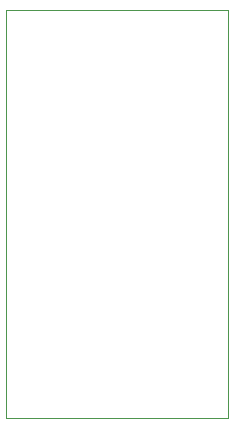
<source format=gm1>
%TF.GenerationSoftware,KiCad,Pcbnew,6.0.2+dfsg-1*%
%TF.CreationDate,2022-08-12T08:44:16-04:00*%
%TF.ProjectId,attiny_devboard,61747469-6e79-45f6-9465-76626f617264,rev?*%
%TF.SameCoordinates,Original*%
%TF.FileFunction,Profile,NP*%
%FSLAX46Y46*%
G04 Gerber Fmt 4.6, Leading zero omitted, Abs format (unit mm)*
G04 Created by KiCad (PCBNEW 6.0.2+dfsg-1) date 2022-08-12 08:44:16*
%MOMM*%
%LPD*%
G01*
G04 APERTURE LIST*
%TA.AperFunction,Profile*%
%ADD10C,0.100000*%
%TD*%
G04 APERTURE END LIST*
D10*
X147828000Y-108712000D02*
X147828000Y-74168000D01*
X147828000Y-74168000D02*
X129032000Y-74168000D01*
X129032000Y-74168000D02*
X129032000Y-108712000D01*
X129032000Y-108712000D02*
X147828000Y-108712000D01*
M02*

</source>
